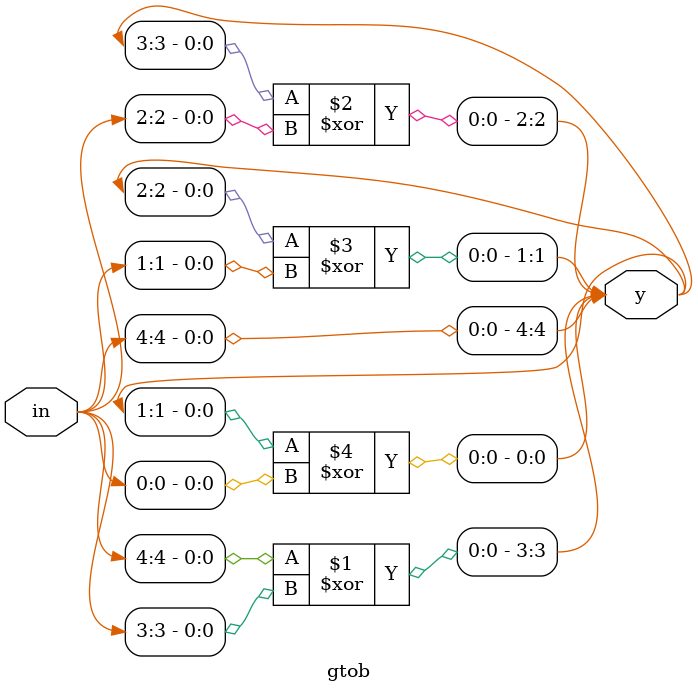
<source format=v>
module gtob(
input [4:0]in,
output [4:0]y);
assign y[4]=in[4];
assign y[3]=y[4]^in[3];
assign y[2]=y[3]^in[2];
assign y[1]=y[2]^in[1];
assign y[0]=y[1]^in[0];

endmodule

</source>
